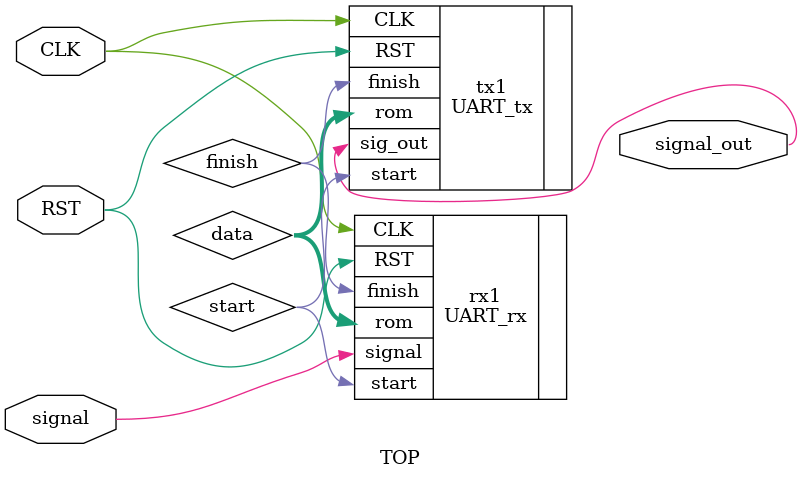
<source format=v>
`timescale 1ns / 1ps


module TOP(
    input signal,
    input CLK, RST,
    output signal_out
    );

wire [7:0] data;
wire start;
wire finish;
    
//  Instantiating modules
UART_rx rx1 (
            .CLK(CLK),
            .RST(RST),
            .signal(signal),
            .rom(data),
            .start(start),
            .finish(finish)
            );

UART_tx tx1 (
            .CLK(CLK),
            .RST(RST),
            .rom(data),
            .start(start),
            .sig_out(signal_out),
            .finish(finish)
            );

endmodule

</source>
